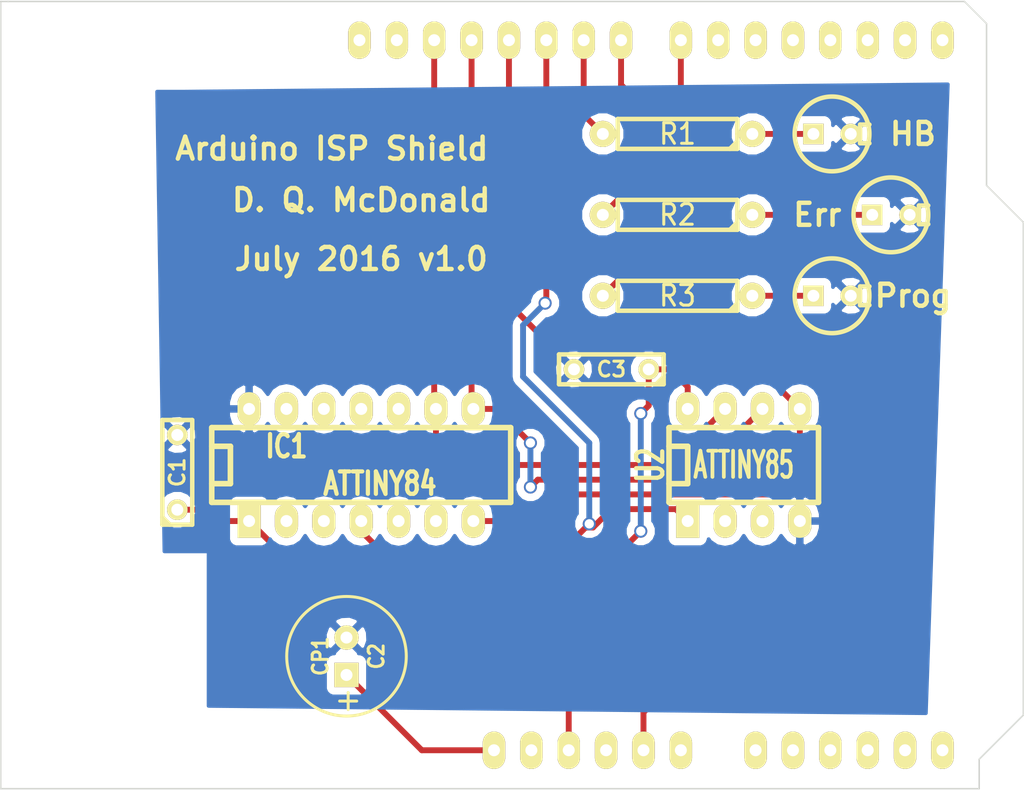
<source format=kicad_pcb>
(kicad_pcb (version 3) (host pcbnew "(2014-02-26 BZR 4721)-product")

  (general
    (links 27)
    (no_connects 0)
    (area 64.949999 61.454 134.574501 120.978)
    (thickness 1.6)
    (drawings 16)
    (tracks 76)
    (zones 0)
    (modules 12)
    (nets 42)
  )

  (page A4)
  (title_block
    (title "Arduino ISP for ATTiny")
    (date 4/7/2016)
    (rev 1.0)
    (company "Quentin McDonald")
  )

  (layers
    (15 F.Cu signal)
    (0 B.Cu signal)
    (16 B.Adhes user)
    (17 F.Adhes user)
    (18 B.Paste user)
    (19 F.Paste user)
    (20 B.SilkS user)
    (21 F.SilkS user)
    (22 B.Mask user)
    (23 F.Mask user)
    (24 Dwgs.User user)
    (25 Cmts.User user)
    (26 Eco1.User user)
    (27 Eco2.User user)
    (28 Edge.Cuts user)
  )

  (setup
    (last_trace_width 0.4)
    (trace_clearance 0.3)
    (zone_clearance 0.508)
    (zone_45_only no)
    (trace_min 0.254)
    (segment_width 0.2)
    (edge_width 0.1)
    (via_size 0.889)
    (via_drill 0.635)
    (via_min_size 0.889)
    (via_min_drill 0.508)
    (uvia_size 0.508)
    (uvia_drill 0.127)
    (uvias_allowed no)
    (uvia_min_size 0.508)
    (uvia_min_drill 0.127)
    (pcb_text_width 0.3)
    (pcb_text_size 1.5 1.5)
    (mod_edge_width 0.15)
    (mod_text_size 1 1)
    (mod_text_width 0.15)
    (pad_size 1.5 1.5)
    (pad_drill 0.6)
    (pad_to_mask_clearance 0)
    (aux_axis_origin 0 0)
    (visible_elements FFFFFF7F)
    (pcbplotparams
      (layerselection 284196865)
      (usegerberextensions true)
      (excludeedgelayer true)
      (linewidth 0.150000)
      (plotframeref false)
      (viasonmask false)
      (mode 1)
      (useauxorigin false)
      (hpglpennumber 1)
      (hpglpenspeed 20)
      (hpglpendiameter 15)
      (hpglpenoverlay 2)
      (psnegative false)
      (psa4output false)
      (plotreference true)
      (plotvalue true)
      (plotothertext true)
      (plotinvisibletext false)
      (padsonsilk false)
      (subtractmaskfromsilk false)
      (outputformat 1)
      (mirror false)
      (drillshape 0)
      (scaleselection 1)
      (outputdirectory Gerber/))
  )

  (net 0 "")
  (net 1 5V)
  (net 2 GND)
  (net 3 "Net-(D1-Pad1)")
  (net 4 "Net-(D2-Pad1)")
  (net 5 "Net-(D3-Pad1)")
  (net 6 "Net-(IC1-Pad10)")
  (net 7 "Net-(IC1-Pad11)")
  (net 8 "Net-(IC1-Pad12)")
  (net 9 "Net-(IC1-Pad13)")
  (net 10 "Net-(IC1-Pad2)")
  (net 11 "Net-(IC1-Pad3)")
  (net 12 "Net-(IC1-Pad5)")
  (net 13 "Net-(IC1-Pad6)")
  (net 14 "Net-(SHIELD1-Pad0)")
  (net 15 "Net-(SHIELD1-Pad1)")
  (net 16 "Net-(SHIELD1-Pad2)")
  (net 17 "Net-(SHIELD1-Pad3)")
  (net 18 "Net-(SHIELD1-Pad3V3)")
  (net 19 "Net-(SHIELD1-Pad4)")
  (net 20 "Net-(SHIELD1-Pad5)")
  (net 21 "Net-(SHIELD1-Pad6)")
  (net 22 "Net-(SHIELD1-PadAD0)")
  (net 23 "Net-(SHIELD1-PadAD1)")
  (net 24 "Net-(SHIELD1-PadAD2)")
  (net 25 "Net-(SHIELD1-PadAD3)")
  (net 26 "Net-(SHIELD1-PadAD4)")
  (net 27 "Net-(SHIELD1-PadAD5)")
  (net 28 "Net-(SHIELD1-PadAREF)")
  (net 29 "Net-(SHIELD1-PadGND1)")
  (net 30 "Net-(SHIELD1-PadGND3)")
  (net 31 "Net-(SHIELD1-PadV_IN)")
  (net 32 "Net-(U2-Pad2)")
  (net 33 "Net-(U2-Pad3)")
  (net 34 Pin10)
  (net 35 Pin11)
  (net 36 Pin12)
  (net 37 Pin13)
  (net 38 Pin7)
  (net 39 Pin8)
  (net 40 Pin9)
  (net 41 Reset)

  (net_class Default "This is the default net class."
    (clearance 0.3)
    (trace_width 0.4)
    (via_dia 0.889)
    (via_drill 0.635)
    (uvia_dia 0.508)
    (uvia_drill 0.127)
    (add_net "")
    (add_net 5V)
    (add_net GND)
    (add_net "Net-(D1-Pad1)")
    (add_net "Net-(D2-Pad1)")
    (add_net "Net-(D3-Pad1)")
    (add_net "Net-(IC1-Pad10)")
    (add_net "Net-(IC1-Pad11)")
    (add_net "Net-(IC1-Pad12)")
    (add_net "Net-(IC1-Pad13)")
    (add_net "Net-(IC1-Pad2)")
    (add_net "Net-(IC1-Pad3)")
    (add_net "Net-(IC1-Pad5)")
    (add_net "Net-(IC1-Pad6)")
    (add_net "Net-(SHIELD1-Pad0)")
    (add_net "Net-(SHIELD1-Pad1)")
    (add_net "Net-(SHIELD1-Pad2)")
    (add_net "Net-(SHIELD1-Pad3)")
    (add_net "Net-(SHIELD1-Pad3V3)")
    (add_net "Net-(SHIELD1-Pad4)")
    (add_net "Net-(SHIELD1-Pad5)")
    (add_net "Net-(SHIELD1-Pad6)")
    (add_net "Net-(SHIELD1-PadAD0)")
    (add_net "Net-(SHIELD1-PadAD1)")
    (add_net "Net-(SHIELD1-PadAD2)")
    (add_net "Net-(SHIELD1-PadAD3)")
    (add_net "Net-(SHIELD1-PadAD4)")
    (add_net "Net-(SHIELD1-PadAD5)")
    (add_net "Net-(SHIELD1-PadAREF)")
    (add_net "Net-(SHIELD1-PadGND1)")
    (add_net "Net-(SHIELD1-PadGND3)")
    (add_net "Net-(SHIELD1-PadV_IN)")
    (add_net "Net-(U2-Pad2)")
    (add_net "Net-(U2-Pad3)")
    (add_net Pin10)
    (add_net Pin11)
    (add_net Pin12)
    (add_net Pin13)
    (add_net Pin7)
    (add_net Pin8)
    (add_net Pin9)
    (add_net Reset)
  )

  (module discret:C2 (layer F.Cu) (tedit 200000) (tstamp 577AF0EC)
    (at 77 99 90)
    (descr "Condensateur = 2 pas")
    (tags C)
    (path /577ABBBE)
    (fp_text reference C1 (at 0 0 90) (layer F.SilkS)
      (effects (font (size 1.016 1.016) (thickness 0.2032)))
    )
    (fp_text value 100nf (at 0 0 90) (layer F.SilkS) hide
      (effects (font (size 1.016 1.016) (thickness 0.2032)))
    )
    (fp_line (start -3.556 -1.016) (end 3.556 -1.016) (layer F.SilkS) (width 0.3048))
    (fp_line (start 3.556 -1.016) (end 3.556 1.016) (layer F.SilkS) (width 0.3048))
    (fp_line (start 3.556 1.016) (end -3.556 1.016) (layer F.SilkS) (width 0.3048))
    (fp_line (start -3.556 1.016) (end -3.556 -1.016) (layer F.SilkS) (width 0.3048))
    (fp_line (start -3.556 -0.508) (end -3.048 -1.016) (layer F.SilkS) (width 0.3048))
    (pad 1 thru_hole circle (at -2.54 0 90) (size 1.397 1.397) (drill 0.8128) (layers *.Cu *.Mask F.SilkS)
      (net 1 5V))
    (pad 2 thru_hole circle (at 2.54 0 90) (size 1.397 1.397) (drill 0.8128) (layers *.Cu *.Mask F.SilkS)
      (net 2 GND))
    (model discret/capa_2pas_5x5mm.wrl
      (at (xyz 0 0 0))
      (scale (xyz 1 1 1))
      (rotate (xyz 0 0 0))
    )
  )

  (module discret:C1V8 (layer F.Cu) (tedit 3DD3A719) (tstamp 577AF0F4)
    (at 88.5 111.5 90)
    (path /577AEEB9)
    (fp_text reference C2 (at 0 2.032 90) (layer F.SilkS)
      (effects (font (size 1.016 0.889) (thickness 0.2032)))
    )
    (fp_text value CP1 (at 0 -1.77546 90) (layer F.SilkS)
      (effects (font (size 1.016 0.889) (thickness 0.2032)))
    )
    (fp_text user + (at -3.04546 0 90) (layer F.SilkS)
      (effects (font (thickness 0.2032)))
    )
    (fp_circle (center 0 0) (end 4.064 0) (layer F.SilkS) (width 0.2032))
    (pad 1 thru_hole rect (at -1.27 0 90) (size 1.651 1.651) (drill 0.8128) (layers *.Cu *.Mask F.SilkS)
      (net 41 Reset))
    (pad 2 thru_hole circle (at 1.27 0 90) (size 1.651 1.651) (drill 0.8128) (layers *.Cu *.Mask F.SilkS)
      (net 2 GND))
    (model discret/c_vert_c1v8.wrl
      (at (xyz 0 0 0))
      (scale (xyz 1 1 1))
      (rotate (xyz 0 0 0))
    )
  )

  (module discret:C2 (layer F.Cu) (tedit 200000) (tstamp 577AF0FF)
    (at 106.5 92 180)
    (descr "Condensateur = 2 pas")
    (tags C)
    (path /577AE945)
    (fp_text reference C3 (at 0 0 180) (layer F.SilkS)
      (effects (font (size 1.016 1.016) (thickness 0.2032)))
    )
    (fp_text value 100nF (at 0 0 180) (layer F.SilkS) hide
      (effects (font (size 1.016 1.016) (thickness 0.2032)))
    )
    (fp_line (start -3.556 -1.016) (end 3.556 -1.016) (layer F.SilkS) (width 0.3048))
    (fp_line (start 3.556 -1.016) (end 3.556 1.016) (layer F.SilkS) (width 0.3048))
    (fp_line (start 3.556 1.016) (end -3.556 1.016) (layer F.SilkS) (width 0.3048))
    (fp_line (start -3.556 1.016) (end -3.556 -1.016) (layer F.SilkS) (width 0.3048))
    (fp_line (start -3.556 -0.508) (end -3.048 -1.016) (layer F.SilkS) (width 0.3048))
    (pad 1 thru_hole circle (at -2.54 0 180) (size 1.397 1.397) (drill 0.8128) (layers *.Cu *.Mask F.SilkS)
      (net 1 5V))
    (pad 2 thru_hole circle (at 2.54 0 180) (size 1.397 1.397) (drill 0.8128) (layers *.Cu *.Mask F.SilkS)
      (net 2 GND))
    (model discret/capa_2pas_5x5mm.wrl
      (at (xyz 0 0 0))
      (scale (xyz 1 1 1))
      (rotate (xyz 0 0 0))
    )
  )

  (module discret:LEDV (layer F.Cu) (tedit 577AFB82) (tstamp 577AF410)
    (at 121.5 76)
    (descr "Led verticale diam 6mm")
    (tags "LED DEV")
    (path /577ABD2F)
    (fp_text reference HeartBeat (at 0 -3.81) (layer F.SilkS) hide
      (effects (font (thickness 0.3048)))
    )
    (fp_text value LED (at 0 -3.81) (layer F.SilkS) hide
      (effects (font (thickness 0.3048)))
    )
    (fp_circle (center 0 0) (end -2.54 0) (layer F.SilkS) (width 0.3048))
    (fp_line (start 2.54 -0.635) (end 1.905 -0.635) (layer F.SilkS) (width 0.3048))
    (fp_line (start 1.905 -0.635) (end 1.905 0.635) (layer F.SilkS) (width 0.3048))
    (fp_line (start 1.905 0.635) (end 2.54 0.635) (layer F.SilkS) (width 0.3048))
    (pad 1 thru_hole rect (at -1.27 0) (size 1.397 1.397) (drill 0.8128) (layers *.Cu *.Mask F.SilkS)
      (net 3 "Net-(D1-Pad1)"))
    (pad 2 thru_hole circle (at 1.27 0) (size 1.397 1.397) (drill 0.8128) (layers *.Cu *.Mask F.SilkS)
      (net 2 GND))
    (model discret/led5_vertical.wrl
      (at (xyz 0 0 0))
      (scale (xyz 1 1 1))
      (rotate (xyz 0 0 0))
    )
  )

  (module discret:LEDV (layer F.Cu) (tedit 577AFB7A) (tstamp 577AF113)
    (at 125.5 81.5)
    (descr "Led verticale diam 6mm")
    (tags "LED DEV")
    (path /577ABDF7)
    (fp_text reference Error (at 0 -3.81) (layer F.SilkS) hide
      (effects (font (thickness 0.3048)))
    )
    (fp_text value LED (at 0 -3.81) (layer F.SilkS) hide
      (effects (font (thickness 0.3048)))
    )
    (fp_circle (center 0 0) (end -2.54 0) (layer F.SilkS) (width 0.3048))
    (fp_line (start 2.54 -0.635) (end 1.905 -0.635) (layer F.SilkS) (width 0.3048))
    (fp_line (start 1.905 -0.635) (end 1.905 0.635) (layer F.SilkS) (width 0.3048))
    (fp_line (start 1.905 0.635) (end 2.54 0.635) (layer F.SilkS) (width 0.3048))
    (pad 1 thru_hole rect (at -1.27 0) (size 1.397 1.397) (drill 0.8128) (layers *.Cu *.Mask F.SilkS)
      (net 4 "Net-(D2-Pad1)"))
    (pad 2 thru_hole circle (at 1.27 0) (size 1.397 1.397) (drill 0.8128) (layers *.Cu *.Mask F.SilkS)
      (net 2 GND))
    (model discret/led5_vertical.wrl
      (at (xyz 0 0 0))
      (scale (xyz 1 1 1))
      (rotate (xyz 0 0 0))
    )
  )

  (module discret:LEDV (layer F.Cu) (tedit 577AFB6C) (tstamp 577AFB4D)
    (at 121.5 87)
    (descr "Led verticale diam 6mm")
    (tags "LED DEV")
    (path /577ABE0C)
    (fp_text reference D3 (at 0 -3.81) (layer F.SilkS) hide
      (effects (font (thickness 0.3048)))
    )
    (fp_text value LED (at 0 -3.81) (layer F.SilkS) hide
      (effects (font (thickness 0.3048)))
    )
    (fp_circle (center 0 0) (end -2.54 0) (layer F.SilkS) (width 0.3048))
    (fp_line (start 2.54 -0.635) (end 1.905 -0.635) (layer F.SilkS) (width 0.3048))
    (fp_line (start 1.905 -0.635) (end 1.905 0.635) (layer F.SilkS) (width 0.3048))
    (fp_line (start 1.905 0.635) (end 2.54 0.635) (layer F.SilkS) (width 0.3048))
    (pad 1 thru_hole rect (at -1.27 0) (size 1.397 1.397) (drill 0.8128) (layers *.Cu *.Mask F.SilkS)
      (net 5 "Net-(D3-Pad1)"))
    (pad 2 thru_hole circle (at 1.27 0) (size 1.397 1.397) (drill 0.8128) (layers *.Cu *.Mask F.SilkS)
      (net 2 GND))
    (model discret/led5_vertical.wrl
      (at (xyz 0 0 0))
      (scale (xyz 1 1 1))
      (rotate (xyz 0 0 0))
    )
  )

  (module dip_sockets:DIP-14__300_ELL (layer F.Cu) (tedit 577AF57E) (tstamp 577AF136)
    (at 89.5 98.5)
    (descr "14 pins DIL package, elliptical pads")
    (tags DIL)
    (path /577ABB31)
    (fp_text reference IC1 (at -5.08 -1.27) (layer F.SilkS)
      (effects (font (size 1.524 1.143) (thickness 0.3048)))
    )
    (fp_text value ATTINY84 (at 1.27 1.27) (layer F.SilkS)
      (effects (font (size 1.524 1.143) (thickness 0.28575)))
    )
    (fp_line (start -10.16 -2.54) (end 10.16 -2.54) (layer F.SilkS) (width 0.381))
    (fp_line (start 10.16 2.54) (end -10.16 2.54) (layer F.SilkS) (width 0.381))
    (fp_line (start -10.16 2.54) (end -10.16 -2.54) (layer F.SilkS) (width 0.381))
    (fp_line (start -10.16 -1.27) (end -8.89 -1.27) (layer F.SilkS) (width 0.381))
    (fp_line (start -8.89 -1.27) (end -8.89 1.27) (layer F.SilkS) (width 0.381))
    (fp_line (start -8.89 1.27) (end -10.16 1.27) (layer F.SilkS) (width 0.381))
    (fp_line (start 10.16 -2.54) (end 10.16 2.54) (layer F.SilkS) (width 0.381))
    (pad 1 thru_hole rect (at -7.62 3.81) (size 1.5748 2.286) (drill 0.8128) (layers *.Cu *.Mask F.SilkS)
      (net 1 5V))
    (pad 2 thru_hole oval (at -5.08 3.81) (size 1.5748 2.286) (drill 0.8128) (layers *.Cu *.Mask F.SilkS)
      (net 10 "Net-(IC1-Pad2)"))
    (pad 3 thru_hole oval (at -2.54 3.81) (size 1.5748 2.286) (drill 0.8128) (layers *.Cu *.Mask F.SilkS)
      (net 11 "Net-(IC1-Pad3)"))
    (pad 4 thru_hole oval (at 0 3.81) (size 1.5748 2.286) (drill 0.8128) (layers *.Cu *.Mask F.SilkS)
      (net 34 Pin10))
    (pad 5 thru_hole oval (at 2.54 3.81) (size 1.5748 2.286) (drill 0.8128) (layers *.Cu *.Mask F.SilkS)
      (net 12 "Net-(IC1-Pad5)"))
    (pad 6 thru_hole oval (at 5.08 3.81) (size 1.5748 2.286) (drill 0.8128) (layers *.Cu *.Mask F.SilkS)
      (net 13 "Net-(IC1-Pad6)"))
    (pad 7 thru_hole oval (at 7.62 3.81) (size 1.5748 2.286) (drill 0.8128) (layers *.Cu *.Mask F.SilkS)
      (net 35 Pin11))
    (pad 8 thru_hole oval (at 7.62 -3.81) (size 1.5748 2.286) (drill 0.8128) (layers *.Cu *.Mask F.SilkS)
      (net 36 Pin12))
    (pad 9 thru_hole oval (at 5.08 -3.81) (size 1.5748 2.286) (drill 0.8128) (layers *.Cu *.Mask F.SilkS)
      (net 37 Pin13))
    (pad 10 thru_hole oval (at 2.54 -3.81) (size 1.5748 2.286) (drill 0.8128) (layers *.Cu *.Mask F.SilkS)
      (net 6 "Net-(IC1-Pad10)"))
    (pad 11 thru_hole oval (at 0 -3.81) (size 1.5748 2.286) (drill 0.8128) (layers *.Cu *.Mask F.SilkS)
      (net 7 "Net-(IC1-Pad11)"))
    (pad 12 thru_hole oval (at -2.54 -3.81) (size 1.5748 2.286) (drill 0.8128) (layers *.Cu *.Mask F.SilkS)
      (net 8 "Net-(IC1-Pad12)"))
    (pad 13 thru_hole oval (at -5.08 -3.81) (size 1.5748 2.286) (drill 0.8128) (layers *.Cu *.Mask F.SilkS)
      (net 9 "Net-(IC1-Pad13)"))
    (pad 14 thru_hole oval (at -7.62 -3.81) (size 1.5748 2.286) (drill 0.8128) (layers *.Cu *.Mask F.SilkS)
      (net 2 GND))
    (model dil/dil_14.wrl
      (at (xyz 0 0 0))
      (scale (xyz 1 1 1))
      (rotate (xyz 0 0 0))
    )
  )

  (module discret:R4-LARGE_PADS (layer F.Cu) (tedit 47E2673E) (tstamp 577AF144)
    (at 111 76 180)
    (descr "Resitance 4 pas")
    (tags R)
    (path /577ABD1B)
    (autoplace_cost180 10)
    (fp_text reference R1 (at 0 0 180) (layer F.SilkS)
      (effects (font (size 1.397 1.27) (thickness 0.2032)))
    )
    (fp_text value 200R (at 0 0 180) (layer F.SilkS) hide
      (effects (font (size 1.397 1.27) (thickness 0.2032)))
    )
    (fp_line (start -5.08 0) (end -4.064 0) (layer F.SilkS) (width 0.3048))
    (fp_line (start -4.064 0) (end -4.064 -1.016) (layer F.SilkS) (width 0.3048))
    (fp_line (start -4.064 -1.016) (end 4.064 -1.016) (layer F.SilkS) (width 0.3048))
    (fp_line (start 4.064 -1.016) (end 4.064 1.016) (layer F.SilkS) (width 0.3048))
    (fp_line (start 4.064 1.016) (end -4.064 1.016) (layer F.SilkS) (width 0.3048))
    (fp_line (start -4.064 1.016) (end -4.064 0) (layer F.SilkS) (width 0.3048))
    (fp_line (start -4.064 -0.508) (end -3.556 -1.016) (layer F.SilkS) (width 0.3048))
    (fp_line (start 5.08 0) (end 4.064 0) (layer F.SilkS) (width 0.3048))
    (pad 1 thru_hole circle (at -5.08 0 180) (size 1.778 1.778) (drill 0.8128) (layers *.Cu *.Mask F.SilkS)
      (net 3 "Net-(D1-Pad1)"))
    (pad 2 thru_hole circle (at 5.08 0 180) (size 1.778 1.778) (drill 0.8128) (layers *.Cu *.Mask F.SilkS)
      (net 40 Pin9))
    (model discret/resistor.wrl
      (at (xyz 0 0 0))
      (scale (xyz 0.4 0.4 0.4))
      (rotate (xyz 0 0 0))
    )
  )

  (module discret:R4-LARGE_PADS (layer F.Cu) (tedit 47E2673E) (tstamp 577AF152)
    (at 111 81.5 180)
    (descr "Resitance 4 pas")
    (tags R)
    (path /577ABDF1)
    (autoplace_cost180 10)
    (fp_text reference R2 (at 0 0 180) (layer F.SilkS)
      (effects (font (size 1.397 1.27) (thickness 0.2032)))
    )
    (fp_text value 220R (at 0 0 180) (layer F.SilkS) hide
      (effects (font (size 1.397 1.27) (thickness 0.2032)))
    )
    (fp_line (start -5.08 0) (end -4.064 0) (layer F.SilkS) (width 0.3048))
    (fp_line (start -4.064 0) (end -4.064 -1.016) (layer F.SilkS) (width 0.3048))
    (fp_line (start -4.064 -1.016) (end 4.064 -1.016) (layer F.SilkS) (width 0.3048))
    (fp_line (start 4.064 -1.016) (end 4.064 1.016) (layer F.SilkS) (width 0.3048))
    (fp_line (start 4.064 1.016) (end -4.064 1.016) (layer F.SilkS) (width 0.3048))
    (fp_line (start -4.064 1.016) (end -4.064 0) (layer F.SilkS) (width 0.3048))
    (fp_line (start -4.064 -0.508) (end -3.556 -1.016) (layer F.SilkS) (width 0.3048))
    (fp_line (start 5.08 0) (end 4.064 0) (layer F.SilkS) (width 0.3048))
    (pad 1 thru_hole circle (at -5.08 0 180) (size 1.778 1.778) (drill 0.8128) (layers *.Cu *.Mask F.SilkS)
      (net 4 "Net-(D2-Pad1)"))
    (pad 2 thru_hole circle (at 5.08 0 180) (size 1.778 1.778) (drill 0.8128) (layers *.Cu *.Mask F.SilkS)
      (net 39 Pin8))
    (model discret/resistor.wrl
      (at (xyz 0 0 0))
      (scale (xyz 0.4 0.4 0.4))
      (rotate (xyz 0 0 0))
    )
  )

  (module discret:R4-LARGE_PADS (layer F.Cu) (tedit 47E2673E) (tstamp 577AF160)
    (at 111 87 180)
    (descr "Resitance 4 pas")
    (tags R)
    (path /577ABE06)
    (autoplace_cost180 10)
    (fp_text reference R3 (at 0 0 180) (layer F.SilkS)
      (effects (font (size 1.397 1.27) (thickness 0.2032)))
    )
    (fp_text value 220R (at 0 0 180) (layer F.SilkS) hide
      (effects (font (size 1.397 1.27) (thickness 0.2032)))
    )
    (fp_line (start -5.08 0) (end -4.064 0) (layer F.SilkS) (width 0.3048))
    (fp_line (start -4.064 0) (end -4.064 -1.016) (layer F.SilkS) (width 0.3048))
    (fp_line (start -4.064 -1.016) (end 4.064 -1.016) (layer F.SilkS) (width 0.3048))
    (fp_line (start 4.064 -1.016) (end 4.064 1.016) (layer F.SilkS) (width 0.3048))
    (fp_line (start 4.064 1.016) (end -4.064 1.016) (layer F.SilkS) (width 0.3048))
    (fp_line (start -4.064 1.016) (end -4.064 0) (layer F.SilkS) (width 0.3048))
    (fp_line (start -4.064 -0.508) (end -3.556 -1.016) (layer F.SilkS) (width 0.3048))
    (fp_line (start 5.08 0) (end 4.064 0) (layer F.SilkS) (width 0.3048))
    (pad 1 thru_hole circle (at -5.08 0 180) (size 1.778 1.778) (drill 0.8128) (layers *.Cu *.Mask F.SilkS)
      (net 5 "Net-(D3-Pad1)"))
    (pad 2 thru_hole circle (at 5.08 0 180) (size 1.778 1.778) (drill 0.8128) (layers *.Cu *.Mask F.SilkS)
      (net 38 Pin7))
    (model discret/resistor.wrl
      (at (xyz 0 0 0))
      (scale (xyz 0.4 0.4 0.4))
      (rotate (xyz 0 0 0))
    )
  )

  (module arduino_shields:ARDUINO_SHIELD_2 locked (layer F.Cu) (tedit 577CB5E4) (tstamp 577AF193)
    (at 65.504 120.428)
    (path /577A17C3)
    (fp_text reference SHIELD1 (at 5.715 -57.15) (layer F.SilkS) hide
      (effects (font (thickness 0.3048)))
    )
    (fp_text value ARDUINO_SHIELD (at 10.16 -54.61) (layer F.SilkS) hide
      (effects (font (thickness 0.3048)))
    )
    (fp_line (start 0 -44.45) (end 10.16 -44.45) (layer Dwgs.User) (width 0.381))
    (fp_line (start 10.16 -44.45) (end 10.16 -31.75) (layer Dwgs.User) (width 0.381))
    (fp_line (start 10.16 -31.75) (end 0 -31.75) (layer Dwgs.User) (width 0.381))
    (fp_line (start 12.7 -4.318) (end 0 -4.318) (layer Dwgs.User) (width 0.381))
    (fp_line (start 0 -12.7) (end 12.7 -12.7) (layer Dwgs.User) (width 0.381))
    (fp_line (start 12.7 -12.7) (end 12.7 -4.572) (layer Dwgs.User) (width 0.381))
    (fp_circle (center 13.97 -2.54) (end 16.002 -1.524) (layer Dwgs.User) (width 0.381))
    (fp_circle (center 15.24 -50.8) (end 16.764 -49.276) (layer Dwgs.User) (width 0.381))
    (fp_circle (center 66.04 -7.62) (end 67.31 -6.096) (layer Dwgs.User) (width 0.381))
    (fp_circle (center 66.04 -35.56) (end 67.31 -34.036) (layer Dwgs.User) (width 0.381))
    (fp_line (start 66.04 -40.64) (end 66.04 -52.07) (layer Dwgs.User) (width 0.381))
    (fp_line (start 66.04 -52.07) (end 64.77 -53.34) (layer Dwgs.User) (width 0.381))
    (fp_line (start 64.77 -53.34) (end 0 -53.34) (layer Dwgs.User) (width 0.381))
    (fp_line (start 66.04 0) (end 0 0) (layer Dwgs.User) (width 0.381))
    (fp_line (start 0 0) (end 0 -53.34) (layer Dwgs.User) (width 0.381))
    (fp_line (start 66.04 -40.64) (end 68.58 -38.1) (layer Dwgs.User) (width 0.381))
    (fp_line (start 68.58 -38.1) (end 68.58 -5.08) (layer Dwgs.User) (width 0.381))
    (fp_line (start 68.58 -5.08) (end 66.04 -2.54) (layer Dwgs.User) (width 0.381))
    (fp_line (start 66.04 -2.54) (end 66.04 0) (layer Dwgs.User) (width 0.381))
    (pad AD5 thru_hole oval (at 63.5 -2.54 90) (size 2.54 1.524) (drill 0.8128) (layers *.Cu *.Mask F.SilkS)
      (net 27 "Net-(SHIELD1-PadAD5)"))
    (pad AD4 thru_hole oval (at 60.96 -2.54 90) (size 2.54 1.524) (drill 0.8128) (layers *.Cu *.Mask F.SilkS)
      (net 26 "Net-(SHIELD1-PadAD4)"))
    (pad AD3 thru_hole oval (at 58.42 -2.54 90) (size 2.54 1.524) (drill 0.8128) (layers *.Cu *.Mask F.SilkS)
      (net 25 "Net-(SHIELD1-PadAD3)"))
    (pad AD0 thru_hole oval (at 50.8 -2.54 90) (size 2.54 1.524) (drill 0.8128) (layers *.Cu *.Mask F.SilkS)
      (net 22 "Net-(SHIELD1-PadAD0)"))
    (pad AD1 thru_hole oval (at 53.34 -2.54 90) (size 2.54 1.524) (drill 0.8128) (layers *.Cu *.Mask F.SilkS)
      (net 23 "Net-(SHIELD1-PadAD1)"))
    (pad AD2 thru_hole oval (at 55.88 -2.54 90) (size 2.54 1.524) (drill 0.8128) (layers *.Cu *.Mask F.SilkS)
      (net 24 "Net-(SHIELD1-PadAD2)"))
    (pad V_IN thru_hole oval (at 45.72 -2.54 90) (size 2.54 1.524) (drill 0.8128) (layers *.Cu *.Mask F.SilkS)
      (net 31 "Net-(SHIELD1-PadV_IN)"))
    (pad GND2 thru_hole oval (at 43.18 -2.54 90) (size 2.54 1.524) (drill 0.8128) (layers *.Cu *.Mask F.SilkS)
      (net 2 GND))
    (pad GND1 thru_hole oval (at 40.64 -2.54 90) (size 2.54 1.524) (drill 0.8128) (layers *.Cu *.Mask F.SilkS)
      (net 29 "Net-(SHIELD1-PadGND1)"))
    (pad 3V3 thru_hole oval (at 35.56 -2.54 90) (size 2.54 1.524) (drill 0.8128) (layers *.Cu *.Mask F.SilkS)
      (net 18 "Net-(SHIELD1-Pad3V3)"))
    (pad RST thru_hole oval (at 33.02 -2.54 90) (size 2.54 1.524) (drill 0.8128) (layers *.Cu *.Mask F.SilkS)
      (net 41 Reset))
    (pad 0 thru_hole oval (at 63.5 -50.8 90) (size 2.54 1.524) (drill 0.8128) (layers *.Cu *.Mask F.SilkS)
      (net 14 "Net-(SHIELD1-Pad0)"))
    (pad 1 thru_hole oval (at 60.96 -50.8 90) (size 2.54 1.524) (drill 0.8128) (layers *.Cu *.Mask F.SilkS)
      (net 15 "Net-(SHIELD1-Pad1)"))
    (pad 2 thru_hole oval (at 58.42 -50.8 90) (size 2.54 1.524) (drill 0.8128) (layers *.Cu *.Mask F.SilkS)
      (net 16 "Net-(SHIELD1-Pad2)"))
    (pad 3 thru_hole oval (at 55.88 -50.8 90) (size 2.54 1.524) (drill 0.8128) (layers *.Cu *.Mask F.SilkS)
      (net 17 "Net-(SHIELD1-Pad3)"))
    (pad 4 thru_hole oval (at 53.34 -50.8 90) (size 2.54 1.524) (drill 0.8128) (layers *.Cu *.Mask F.SilkS)
      (net 19 "Net-(SHIELD1-Pad4)"))
    (pad 5 thru_hole oval (at 50.8 -50.8 90) (size 2.54 1.524) (drill 0.8128) (layers *.Cu *.Mask F.SilkS)
      (net 20 "Net-(SHIELD1-Pad5)"))
    (pad 6 thru_hole oval (at 48.26 -50.8 90) (size 2.54 1.524) (drill 0.8128) (layers *.Cu *.Mask F.SilkS)
      (net 21 "Net-(SHIELD1-Pad6)"))
    (pad 7 thru_hole oval (at 45.72 -50.8 90) (size 2.54 1.524) (drill 0.8128) (layers *.Cu *.Mask F.SilkS)
      (net 38 Pin7))
    (pad 8 thru_hole oval (at 41.656 -50.8 90) (size 2.54 1.524) (drill 0.8128) (layers *.Cu *.Mask F.SilkS)
      (net 39 Pin8))
    (pad 9 thru_hole oval (at 39.116 -50.8 90) (size 2.54 1.524) (drill 0.8128) (layers *.Cu *.Mask F.SilkS)
      (net 40 Pin9))
    (pad 10 thru_hole oval (at 36.576 -50.8 90) (size 2.54 1.524) (drill 0.8128) (layers *.Cu *.Mask F.SilkS)
      (net 34 Pin10))
    (pad 11 thru_hole oval (at 34.036 -50.8 90) (size 2.54 1.524) (drill 0.8128) (layers *.Cu *.Mask F.SilkS)
      (net 35 Pin11))
    (pad 12 thru_hole oval (at 31.496 -50.8 90) (size 2.54 1.524) (drill 0.8128) (layers *.Cu *.Mask F.SilkS)
      (net 36 Pin12))
    (pad 13 thru_hole oval (at 28.956 -50.8 90) (size 2.54 1.524) (drill 0.8128) (layers *.Cu *.Mask F.SilkS)
      (net 37 Pin13))
    (pad GND3 thru_hole oval (at 26.416 -50.8 90) (size 2.54 1.524) (drill 0.8128) (layers *.Cu *.Mask F.SilkS)
      (net 30 "Net-(SHIELD1-PadGND3)"))
    (pad AREF thru_hole oval (at 23.876 -50.8 90) (size 2.54 1.524) (drill 0.8128) (layers *.Cu *.Mask F.SilkS)
      (net 28 "Net-(SHIELD1-PadAREF)"))
    (pad 5V thru_hole oval (at 38.1 -2.54 90) (size 2.54 1.524) (drill 0.8128) (layers *.Cu *.Mask F.SilkS)
      (net 1 5V))
  )

  (module dip_sockets:DIP-8__300_ELL (layer F.Cu) (tedit 577AF56C) (tstamp 577AF1A6)
    (at 115.5 98.5)
    (descr "8 pins DIL package, elliptical pads")
    (tags DIL)
    (path /577A17E9)
    (fp_text reference U2 (at -6.35 0 90) (layer F.SilkS)
      (effects (font (size 1.778 1.143) (thickness 0.3048)))
    )
    (fp_text value ATTINY85 (at 0 0) (layer F.SilkS)
      (effects (font (size 1.778 1.016) (thickness 0.254)))
    )
    (fp_line (start -5.08 -1.27) (end -3.81 -1.27) (layer F.SilkS) (width 0.381))
    (fp_line (start -3.81 -1.27) (end -3.81 1.27) (layer F.SilkS) (width 0.381))
    (fp_line (start -3.81 1.27) (end -5.08 1.27) (layer F.SilkS) (width 0.381))
    (fp_line (start -5.08 -2.54) (end 5.08 -2.54) (layer F.SilkS) (width 0.381))
    (fp_line (start 5.08 -2.54) (end 5.08 2.54) (layer F.SilkS) (width 0.381))
    (fp_line (start 5.08 2.54) (end -5.08 2.54) (layer F.SilkS) (width 0.381))
    (fp_line (start -5.08 2.54) (end -5.08 -2.54) (layer F.SilkS) (width 0.381))
    (pad 1 thru_hole rect (at -3.81 3.81) (size 1.5748 2.286) (drill 0.8128) (layers *.Cu *.Mask F.SilkS)
      (net 34 Pin10))
    (pad 2 thru_hole oval (at -1.27 3.81) (size 1.5748 2.286) (drill 0.8128) (layers *.Cu *.Mask F.SilkS)
      (net 32 "Net-(U2-Pad2)"))
    (pad 3 thru_hole oval (at 1.27 3.81) (size 1.5748 2.286) (drill 0.8128) (layers *.Cu *.Mask F.SilkS)
      (net 33 "Net-(U2-Pad3)"))
    (pad 4 thru_hole oval (at 3.81 3.81) (size 1.5748 2.286) (drill 0.8128) (layers *.Cu *.Mask F.SilkS)
      (net 2 GND))
    (pad 5 thru_hole oval (at 3.81 -3.81) (size 1.5748 2.286) (drill 0.8128) (layers *.Cu *.Mask F.SilkS)
      (net 35 Pin11))
    (pad 6 thru_hole oval (at 1.27 -3.81) (size 1.5748 2.286) (drill 0.8128) (layers *.Cu *.Mask F.SilkS)
      (net 36 Pin12))
    (pad 7 thru_hole oval (at -1.27 -3.81) (size 1.5748 2.286) (drill 0.8128) (layers *.Cu *.Mask F.SilkS)
      (net 37 Pin13))
    (pad 8 thru_hole oval (at -3.81 -3.81) (size 1.5748 2.286) (drill 0.8128) (layers *.Cu *.Mask F.SilkS)
      (net 1 5V))
    (model dil/dil_8.wrl
      (at (xyz 0 0 0))
      (scale (xyz 1 1 1))
      (rotate (xyz 0 0 0))
    )
  )

  (gr_line (start 65 67) (end 65.5 67) (angle 90) (layer Edge.Cuts) (width 0.1))
  (gr_line (start 65 120.5) (end 65 67) (angle 90) (layer Edge.Cuts) (width 0.1))
  (gr_line (start 131.5 120.5) (end 65 120.5) (angle 90) (layer Edge.Cuts) (width 0.1))
  (gr_line (start 131.5 118.5) (end 131.5 120.5) (angle 90) (layer Edge.Cuts) (width 0.1))
  (gr_line (start 134.5 115.5) (end 131.5 118.5) (angle 90) (layer Edge.Cuts) (width 0.1))
  (gr_line (start 134.5 82) (end 134.5 115.5) (angle 90) (layer Edge.Cuts) (width 0.1))
  (gr_line (start 132 79.5) (end 134.5 82) (angle 90) (layer Edge.Cuts) (width 0.1))
  (gr_line (start 132 68.5) (end 132 79.5) (angle 90) (layer Edge.Cuts) (width 0.1))
  (gr_line (start 130.5 67) (end 132 68.5) (angle 90) (layer Edge.Cuts) (width 0.1))
  (gr_line (start 65.5 67) (end 130.5 67) (angle 90) (layer Edge.Cuts) (width 0.1))
  (gr_text "July 2016 v1.0" (at 89.5 84.5) (layer F.SilkS)
    (effects (font (size 1.5 1.5) (thickness 0.3)))
  )
  (gr_text "D. Q. McDonald" (at 89.5 80.5) (layer F.SilkS)
    (effects (font (size 1.5 1.5) (thickness 0.3)))
  )
  (gr_text "Arduino ISP Shield" (at 87.5 77) (layer F.SilkS)
    (effects (font (size 1.5 1.5) (thickness 0.3)))
  )
  (gr_text Prog (at 127 87) (layer F.SilkS)
    (effects (font (size 1.5 1.5) (thickness 0.3)))
  )
  (gr_text Err (at 120.5 81.5) (layer F.SilkS)
    (effects (font (size 1.5 1.5) (thickness 0.3)))
  )
  (gr_text HB (at 127 76) (layer F.SilkS)
    (effects (font (size 1.5 1.5) (thickness 0.3)))
  )

  (segment (start 109.04 92) (end 110.5 92) (width 0.4) (layer F.Cu) (net 1))
  (segment (start 111.69 93.19) (end 111.69 94.69) (width 0.4) (layer F.Cu) (net 1) (tstamp 577AF921))
  (segment (start 110.5 92) (end 111.69 93.19) (width 0.4) (layer F.Cu) (net 1) (tstamp 577AF920))
  (segment (start 103.604 108.5) (end 103.604 107.896) (width 0.4) (layer F.Cu) (net 1))
  (segment (start 109.04 94.46) (end 109.04 92) (width 0.4) (layer F.Cu) (net 1) (tstamp 577AF91D))
  (segment (start 108.5 95) (end 109.04 94.46) (width 0.4) (layer F.Cu) (net 1) (tstamp 577AF91C))
  (via (at 108.5 95) (size 0.889) (layers F.Cu B.Cu) (net 1))
  (segment (start 108.5 103) (end 108.5 95) (width 0.4) (layer B.Cu) (net 1) (tstamp 577AF917))
  (via (at 108.5 103) (size 0.889) (layers F.Cu B.Cu) (net 1))
  (segment (start 103.604 107.896) (end 108.5 103) (width 0.4) (layer F.Cu) (net 1) (tstamp 577AF90E))
  (segment (start 81.88 102.31) (end 79.19 102.31) (width 0.4) (layer F.Cu) (net 1))
  (segment (start 78.42 101.54) (end 77 101.54) (width 0.4) (layer F.Cu) (net 1) (tstamp 577AF8CE))
  (segment (start 79.19 102.31) (end 78.42 101.54) (width 0.4) (layer F.Cu) (net 1) (tstamp 577AF8CD))
  (segment (start 103.604 117.888) (end 103.604 108.5) (width 0.4) (layer F.Cu) (net 1))
  (segment (start 103.604 108.5) (end 103.604 108.104) (width 0.4) (layer F.Cu) (net 1) (tstamp 577AF90C))
  (segment (start 85.57 106) (end 81.88 102.31) (width 0.4) (layer F.Cu) (net 1) (tstamp 577AF8C8))
  (segment (start 101.5 106) (end 85.57 106) (width 0.4) (layer F.Cu) (net 1) (tstamp 577AF8C6))
  (segment (start 103.604 108.104) (end 101.5 106) (width 0.4) (layer F.Cu) (net 1) (tstamp 577AF8C5))
  (segment (start 108.684 117.888) (end 108.684 115.316) (width 0.4) (layer F.Cu) (net 2))
  (segment (start 119.31 104.69) (end 119.31 102.31) (width 0.4) (layer F.Cu) (net 2) (tstamp 577AF9F5))
  (segment (start 108.684 115.316) (end 119.31 104.69) (width 0.4) (layer F.Cu) (net 2) (tstamp 577AF9F2))
  (segment (start 116.08 76) (end 120.23 76) (width 0.4) (layer F.Cu) (net 3))
  (segment (start 116.08 81.5) (end 124.23 81.5) (width 0.4) (layer F.Cu) (net 4))
  (segment (start 116.08 87) (end 120.23 87) (width 0.4) (layer F.Cu) (net 5))
  (segment (start 104.75 102.75) (end 105.25 102.75) (width 0.4) (layer F.Cu) (net 34))
  (segment (start 110.88 101.5) (end 111.69 102.31) (width 0.4) (layer F.Cu) (net 34) (tstamp 577AF9D9))
  (segment (start 106.5 101.5) (end 110.88 101.5) (width 0.4) (layer F.Cu) (net 34) (tstamp 577AF9D8))
  (segment (start 105.25 102.75) (end 106.5 101.5) (width 0.4) (layer F.Cu) (net 34) (tstamp 577AF9D7))
  (segment (start 102.08 69.628) (end 102.08 87.42) (width 0.4) (layer F.Cu) (net 34))
  (segment (start 89.5 103) (end 89.5 102.31) (width 0.4) (layer F.Cu) (net 34) (tstamp 577AF9CE))
  (segment (start 91 104.5) (end 89.5 103) (width 0.4) (layer F.Cu) (net 34) (tstamp 577AF9CA))
  (segment (start 103 104.5) (end 91 104.5) (width 0.4) (layer F.Cu) (net 34) (tstamp 577AF9C9))
  (segment (start 105 102.5) (end 104.75 102.75) (width 0.4) (layer F.Cu) (net 34) (tstamp 577AF9C8))
  (segment (start 104.75 102.75) (end 103 104.5) (width 0.4) (layer F.Cu) (net 34) (tstamp 577AF9D5))
  (via (at 105 102.5) (size 0.889) (layers F.Cu B.Cu) (net 34))
  (segment (start 105 97) (end 105 102.5) (width 0.4) (layer B.Cu) (net 34) (tstamp 577AF9C3))
  (segment (start 100.5 92.5) (end 105 97) (width 0.4) (layer B.Cu) (net 34) (tstamp 577AF9BF))
  (segment (start 100.5 89) (end 100.5 92.5) (width 0.4) (layer B.Cu) (net 34) (tstamp 577AF9BD))
  (segment (start 102 87.5) (end 100.5 89) (width 0.4) (layer B.Cu) (net 34) (tstamp 577AF9BC))
  (via (at 102 87.5) (size 0.889) (layers F.Cu B.Cu) (net 34))
  (segment (start 102.08 87.42) (end 102 87.5) (width 0.4) (layer F.Cu) (net 34) (tstamp 577AF9B4))
  (segment (start 119.31 94.69) (end 119.31 99.19) (width 0.4) (layer F.Cu) (net 35))
  (segment (start 100.69 102.31) (end 97.12 102.31) (width 0.4) (layer F.Cu) (net 35) (tstamp 577AF94F))
  (segment (start 102.5 100.5) (end 100.69 102.31) (width 0.4) (layer F.Cu) (net 35) (tstamp 577AF94C))
  (segment (start 118 100.5) (end 102.5 100.5) (width 0.4) (layer F.Cu) (net 35) (tstamp 577AF948))
  (segment (start 119.31 99.19) (end 118 100.5) (width 0.4) (layer F.Cu) (net 35) (tstamp 577AF945))
  (segment (start 99.54 69.628) (end 99.54 87.54) (width 0.4) (layer F.Cu) (net 35))
  (segment (start 114.62 90) (end 119.31 94.69) (width 0.4) (layer F.Cu) (net 35) (tstamp 577AF941))
  (segment (start 102 90) (end 114.62 90) (width 0.4) (layer F.Cu) (net 35) (tstamp 577AF93E))
  (segment (start 99.54 87.54) (end 102 90) (width 0.4) (layer F.Cu) (net 35) (tstamp 577AF93A))
  (segment (start 97.12 94.69) (end 98.69 94.69) (width 0.4) (layer F.Cu) (net 36))
  (segment (start 111.96 99.5) (end 116.77 94.69) (width 0.4) (layer F.Cu) (net 36) (tstamp 577AF8FD))
  (segment (start 101.5 99.5) (end 111.96 99.5) (width 0.4) (layer F.Cu) (net 36) (tstamp 577AF8FB))
  (segment (start 101 100) (end 101.5 99.5) (width 0.4) (layer F.Cu) (net 36) (tstamp 577AF8FA))
  (via (at 101 100) (size 0.889) (layers F.Cu B.Cu) (net 36))
  (segment (start 101 97) (end 101 100) (width 0.4) (layer B.Cu) (net 36) (tstamp 577AF8F7))
  (via (at 101 97) (size 0.889) (layers F.Cu B.Cu) (net 36))
  (segment (start 98.69 94.69) (end 101 97) (width 0.4) (layer F.Cu) (net 36) (tstamp 577AF8F1))
  (segment (start 97 69.628) (end 97 94.57) (width 0.4) (layer F.Cu) (net 36))
  (segment (start 97 94.57) (end 97.12 94.69) (width 0.4) (layer F.Cu) (net 36) (tstamp 577AF8DE))
  (segment (start 94.58 94.69) (end 94.58 96.58) (width 0.4) (layer F.Cu) (net 37))
  (segment (start 110.42 98.5) (end 114.23 94.69) (width 0.4) (layer F.Cu) (net 37) (tstamp 577AF8EC))
  (segment (start 96.5 98.5) (end 110.42 98.5) (width 0.4) (layer F.Cu) (net 37) (tstamp 577AF8E6))
  (segment (start 94.58 96.58) (end 96.5 98.5) (width 0.4) (layer F.Cu) (net 37) (tstamp 577AF8E4))
  (segment (start 94.46 69.628) (end 94.46 94.57) (width 0.4) (layer F.Cu) (net 37))
  (segment (start 94.46 94.57) (end 94.58 94.69) (width 0.4) (layer F.Cu) (net 37) (tstamp 577AF8D9))
  (segment (start 111.224 69.628) (end 111.224 81.696) (width 0.4) (layer F.Cu) (net 38))
  (segment (start 111.224 81.696) (end 105.92 87) (width 0.4) (layer F.Cu) (net 38) (tstamp 577AF8B7))
  (segment (start 107.16 69.628) (end 107.16 72.66) (width 0.4) (layer F.Cu) (net 39))
  (segment (start 108 79.42) (end 105.92 81.5) (width 0.4) (layer F.Cu) (net 39) (tstamp 577AF8B3))
  (segment (start 108 73.5) (end 108 79.42) (width 0.4) (layer F.Cu) (net 39) (tstamp 577AF8B2))
  (segment (start 107.16 72.66) (end 108 73.5) (width 0.4) (layer F.Cu) (net 39) (tstamp 577AF8B1))
  (segment (start 104.62 69.628) (end 104.62 74.7) (width 0.4) (layer F.Cu) (net 40))
  (segment (start 104.62 74.7) (end 105.92 76) (width 0.4) (layer F.Cu) (net 40) (tstamp 577AF8AE))
  (segment (start 98.524 117.888) (end 93.618 117.888) (width 0.4) (layer F.Cu) (net 41))
  (segment (start 93.618 117.888) (end 88.5 112.77) (width 0.4) (layer F.Cu) (net 41) (tstamp 577AF8C1))

  (zone (net 2) (net_name GND) (layer B.Cu) (tstamp 577AF5EC) (hatch edge 0.508)
    (connect_pads (clearance 0.508))
    (min_thickness 0.254)
    (fill (arc_segments 16) (thermal_gap 0.508) (thermal_bridge_width 0.508))
    (polygon
      (pts
        (xy 77.5 73) (xy 129.5 72.5) (xy 128 115.5) (xy 79 115) (xy 79 104.5)
        (xy 76 104.5) (xy 75.5 73) (xy 77.5 73)
      )
    )
    (filled_polygon
      (pts
        (xy 129.368448 72.628271) (xy 128.115927 108.53388) (xy 128.115927 81.69252) (xy 128.087148 81.162801) (xy 127.9398 80.807071)
        (xy 127.704188 80.745417) (xy 127.524583 80.925022) (xy 127.524583 80.565812) (xy 127.462929 80.3302) (xy 126.96252 80.154073)
        (xy 126.432801 80.182852) (xy 126.077071 80.3302) (xy 126.015417 80.565812) (xy 126.77 81.320395) (xy 127.524583 80.565812)
        (xy 127.524583 80.925022) (xy 126.949605 81.5) (xy 127.704188 82.254583) (xy 127.9398 82.192929) (xy 128.115927 81.69252)
        (xy 128.115927 108.53388) (xy 127.877397 115.371742) (xy 127.524583 115.368141) (xy 127.524583 82.434188) (xy 126.77 81.679605)
        (xy 126.590395 81.85921) (xy 126.590395 81.5) (xy 125.835812 80.745417) (xy 125.6002 80.807071) (xy 125.5635 80.911342)
        (xy 125.5635 80.675191) (xy 125.466827 80.441802) (xy 125.288199 80.263173) (xy 125.05481 80.1665) (xy 124.802191 80.1665)
        (xy 124.115927 80.1665) (xy 124.115927 76.19252) (xy 124.087148 75.662801) (xy 123.9398 75.307071) (xy 123.704188 75.245417)
        (xy 123.524583 75.425022) (xy 123.524583 75.065812) (xy 123.462929 74.8302) (xy 122.96252 74.654073) (xy 122.432801 74.682852)
        (xy 122.077071 74.8302) (xy 122.015417 75.065812) (xy 122.77 75.820395) (xy 123.524583 75.065812) (xy 123.524583 75.425022)
        (xy 122.949605 76) (xy 123.704188 76.754583) (xy 123.9398 76.692929) (xy 124.115927 76.19252) (xy 124.115927 80.1665)
        (xy 123.524583 80.1665) (xy 123.524583 76.934188) (xy 122.77 76.179605) (xy 122.590395 76.35921) (xy 122.590395 76)
        (xy 121.835812 75.245417) (xy 121.6002 75.307071) (xy 121.5635 75.411342) (xy 121.5635 75.175191) (xy 121.466827 74.941802)
        (xy 121.288199 74.763173) (xy 121.05481 74.6665) (xy 120.802191 74.6665) (xy 119.405191 74.6665) (xy 119.171802 74.763173)
        (xy 118.993173 74.941801) (xy 118.8965 75.17519) (xy 118.8965 75.427809) (xy 118.8965 76.824809) (xy 118.993173 77.058198)
        (xy 119.171801 77.236827) (xy 119.40519 77.3335) (xy 119.657809 77.3335) (xy 121.054809 77.3335) (xy 121.288198 77.236827)
        (xy 121.466827 77.058199) (xy 121.5635 76.82481) (xy 121.5635 76.604327) (xy 121.6002 76.692929) (xy 121.835812 76.754583)
        (xy 122.590395 76) (xy 122.590395 76.35921) (xy 122.015417 76.934188) (xy 122.077071 77.1698) (xy 122.57748 77.345927)
        (xy 123.107199 77.317148) (xy 123.462929 77.1698) (xy 123.524583 76.934188) (xy 123.524583 80.1665) (xy 123.405191 80.1665)
        (xy 123.171802 80.263173) (xy 122.993173 80.441801) (xy 122.8965 80.67519) (xy 122.8965 80.927809) (xy 122.8965 82.324809)
        (xy 122.993173 82.558198) (xy 123.171801 82.736827) (xy 123.40519 82.8335) (xy 123.657809 82.8335) (xy 125.054809 82.8335)
        (xy 125.288198 82.736827) (xy 125.466827 82.558199) (xy 125.5635 82.32481) (xy 125.5635 82.104327) (xy 125.6002 82.192929)
        (xy 125.835812 82.254583) (xy 126.590395 81.5) (xy 126.590395 81.85921) (xy 126.015417 82.434188) (xy 126.077071 82.6698)
        (xy 126.57748 82.845927) (xy 127.107199 82.817148) (xy 127.462929 82.6698) (xy 127.524583 82.434188) (xy 127.524583 115.368141)
        (xy 124.115927 115.333359) (xy 124.115927 87.19252) (xy 124.087148 86.662801) (xy 123.9398 86.307071) (xy 123.704188 86.245417)
        (xy 123.524583 86.425022) (xy 123.524583 86.065812) (xy 123.462929 85.8302) (xy 122.96252 85.654073) (xy 122.432801 85.682852)
        (xy 122.077071 85.8302) (xy 122.015417 86.065812) (xy 122.77 86.820395) (xy 123.524583 86.065812) (xy 123.524583 86.425022)
        (xy 122.949605 87) (xy 123.704188 87.754583) (xy 123.9398 87.692929) (xy 124.115927 87.19252) (xy 124.115927 115.333359)
        (xy 123.524583 115.327325) (xy 123.524583 87.934188) (xy 122.77 87.179605) (xy 122.590395 87.35921) (xy 122.590395 87)
        (xy 121.835812 86.245417) (xy 121.6002 86.307071) (xy 121.5635 86.411342) (xy 121.5635 86.175191) (xy 121.466827 85.941802)
        (xy 121.288199 85.763173) (xy 121.05481 85.6665) (xy 120.802191 85.6665) (xy 119.405191 85.6665) (xy 119.171802 85.763173)
        (xy 118.993173 85.941801) (xy 118.8965 86.17519) (xy 118.8965 86.427809) (xy 118.8965 87.824809) (xy 118.993173 88.058198)
        (xy 119.171801 88.236827) (xy 119.40519 88.3335) (xy 119.657809 88.3335) (xy 121.054809 88.3335) (xy 121.288198 88.236827)
        (xy 121.466827 88.058199) (xy 121.5635 87.82481) (xy 121.5635 87.604327) (xy 121.6002 87.692929) (xy 121.835812 87.754583)
        (xy 122.590395 87) (xy 122.590395 87.35921) (xy 122.015417 87.934188) (xy 122.077071 88.1698) (xy 122.57748 88.345927)
        (xy 123.107199 88.317148) (xy 123.462929 88.1698) (xy 123.524583 87.934188) (xy 123.524583 115.327325) (xy 120.7324 115.298833)
        (xy 120.7324 102.7926) (xy 120.7324 102.437) (xy 120.7324 102.183) (xy 120.7324 101.8274) (xy 120.7324 95.080433)
        (xy 120.7324 94.299567) (xy 120.624126 93.755238) (xy 120.315789 93.293778) (xy 119.854329 92.985441) (xy 119.31 92.877167)
        (xy 118.765671 92.985441) (xy 118.304211 93.293778) (xy 118.039999 93.689198) (xy 117.775789 93.293778) (xy 117.604264 93.179168)
        (xy 117.604264 86.698188) (xy 117.604264 81.198188) (xy 117.604264 75.698188) (xy 117.372738 75.137851) (xy 116.944404 74.708769)
        (xy 116.384472 74.476265) (xy 115.778188 74.475736) (xy 115.217851 74.707262) (xy 114.788769 75.135596) (xy 114.556265 75.695528)
        (xy 114.555736 76.301812) (xy 114.787262 76.862149) (xy 115.215596 77.291231) (xy 115.775528 77.523735) (xy 116.381812 77.524264)
        (xy 116.942149 77.292738) (xy 117.371231 76.864404) (xy 117.603735 76.304472) (xy 117.604264 75.698188) (xy 117.604264 81.198188)
        (xy 117.372738 80.637851) (xy 116.944404 80.208769) (xy 116.384472 79.976265) (xy 115.778188 79.975736) (xy 115.217851 80.207262)
        (xy 114.788769 80.635596) (xy 114.556265 81.195528) (xy 114.555736 81.801812) (xy 114.787262 82.362149) (xy 115.215596 82.791231)
        (xy 115.775528 83.023735) (xy 116.381812 83.024264) (xy 116.942149 82.792738) (xy 117.371231 82.364404) (xy 117.603735 81.804472)
        (xy 117.604264 81.198188) (xy 117.604264 86.698188) (xy 117.372738 86.137851) (xy 116.944404 85.708769) (xy 116.384472 85.476265)
        (xy 115.778188 85.475736) (xy 115.217851 85.707262) (xy 114.788769 86.135596) (xy 114.556265 86.695528) (xy 114.555736 87.301812)
        (xy 114.787262 87.862149) (xy 115.215596 88.291231) (xy 115.775528 88.523735) (xy 116.381812 88.524264) (xy 116.942149 88.292738)
        (xy 117.371231 87.864404) (xy 117.603735 87.304472) (xy 117.604264 86.698188) (xy 117.604264 93.179168) (xy 117.314329 92.985441)
        (xy 116.77 92.877167) (xy 116.225671 92.985441) (xy 115.764211 93.293778) (xy 115.499999 93.689198) (xy 115.235789 93.293778)
        (xy 114.774329 92.985441) (xy 114.23 92.877167) (xy 113.685671 92.985441) (xy 113.224211 93.293778) (xy 112.959999 93.689198)
        (xy 112.695789 93.293778) (xy 112.234329 92.985441) (xy 111.69 92.877167) (xy 111.145671 92.985441) (xy 110.684211 93.293778)
        (xy 110.375874 93.755238) (xy 110.373731 93.766011) (xy 110.373731 91.735914) (xy 110.171146 91.24562) (xy 109.796353 90.870173)
        (xy 109.306413 90.666732) (xy 108.775914 90.666269) (xy 108.28562 90.868854) (xy 107.910173 91.243647) (xy 107.706732 91.733587)
        (xy 107.706269 92.264086) (xy 107.908854 92.75438) (xy 108.283647 93.129827) (xy 108.773587 93.333268) (xy 109.304086 93.333731)
        (xy 109.79438 93.131146) (xy 110.169827 92.756353) (xy 110.373268 92.266413) (xy 110.373731 91.735914) (xy 110.373731 93.766011)
        (xy 110.2676 94.299567) (xy 110.2676 95.080433) (xy 110.375874 95.624762) (xy 110.684211 96.086222) (xy 111.145671 96.394559)
        (xy 111.69 96.502833) (xy 112.234329 96.394559) (xy 112.695789 96.086222) (xy 112.96 95.690801) (xy 113.224211 96.086222)
        (xy 113.685671 96.394559) (xy 114.23 96.502833) (xy 114.774329 96.394559) (xy 115.235789 96.086222) (xy 115.5 95.690801)
        (xy 115.764211 96.086222) (xy 116.225671 96.394559) (xy 116.77 96.502833) (xy 117.314329 96.394559) (xy 117.775789 96.086222)
        (xy 118.04 95.690801) (xy 118.304211 96.086222) (xy 118.765671 96.394559) (xy 119.31 96.502833) (xy 119.854329 96.394559)
        (xy 120.315789 96.086222) (xy 120.624126 95.624762) (xy 120.7324 95.080433) (xy 120.7324 101.8274) (xy 120.575525 101.292738)
        (xy 120.225986 100.858809) (xy 119.736996 100.591673) (xy 119.65706 100.57499) (xy 119.437 100.697148) (xy 119.437 102.183)
        (xy 120.7324 102.183) (xy 120.7324 102.437) (xy 119.437 102.437) (xy 119.437 103.922852) (xy 119.65706 104.04501)
        (xy 119.736996 104.028327) (xy 120.225986 103.761191) (xy 120.575525 103.327262) (xy 120.7324 102.7926) (xy 120.7324 115.298833)
        (xy 119.183 115.283023) (xy 119.183 103.922852) (xy 119.183 102.437) (xy 119.163 102.437) (xy 119.163 102.183)
        (xy 119.183 102.183) (xy 119.183 100.697148) (xy 118.96294 100.57499) (xy 118.883004 100.591673) (xy 118.394014 100.858809)
        (xy 118.044475 101.292738) (xy 118.039753 101.308829) (xy 117.775789 100.913778) (xy 117.314329 100.605441) (xy 116.77 100.497167)
        (xy 116.225671 100.605441) (xy 115.764211 100.913778) (xy 115.499999 101.309198) (xy 115.235789 100.913778) (xy 114.774329 100.605441)
        (xy 114.23 100.497167) (xy 113.685671 100.605441) (xy 113.224211 100.913778) (xy 113.1124 101.081115) (xy 113.1124 101.040691)
        (xy 113.015727 100.807302) (xy 112.837099 100.628673) (xy 112.60371 100.532) (xy 112.351091 100.532) (xy 110.776291 100.532)
        (xy 110.542902 100.628673) (xy 110.364273 100.807301) (xy 110.2676 101.04069) (xy 110.2676 101.293309) (xy 110.2676 103.579309)
        (xy 110.364273 103.812698) (xy 110.542901 103.991327) (xy 110.77629 104.088) (xy 111.028909 104.088) (xy 112.603709 104.088)
        (xy 112.837098 103.991327) (xy 113.015727 103.812699) (xy 113.1124 103.57931) (xy 113.1124 103.538884) (xy 113.224211 103.706222)
        (xy 113.685671 104.014559) (xy 114.23 104.122833) (xy 114.774329 104.014559) (xy 115.235789 103.706222) (xy 115.5 103.310801)
        (xy 115.764211 103.706222) (xy 116.225671 104.014559) (xy 116.77 104.122833) (xy 117.314329 104.014559) (xy 117.775789 103.706222)
        (xy 118.039753 103.31117) (xy 118.044475 103.327262) (xy 118.394014 103.761191) (xy 118.883004 104.028327) (xy 118.96294 104.04501)
        (xy 119.183 103.922852) (xy 119.183 115.283023) (xy 109.579687 115.18503) (xy 109.579687 102.786216) (xy 109.415689 102.389311)
        (xy 109.335 102.308481) (xy 109.335 95.691769) (xy 109.414622 95.612286) (xy 109.579313 95.215668) (xy 109.579687 94.786216)
        (xy 109.415689 94.389311) (xy 109.112286 94.085378) (xy 108.715668 93.920687) (xy 108.286216 93.920313) (xy 107.889311 94.084311)
        (xy 107.585378 94.387714) (xy 107.444264 94.727552) (xy 107.444264 86.698188) (xy 107.444264 81.198188) (xy 107.444264 75.698188)
        (xy 107.212738 75.137851) (xy 106.784404 74.708769) (xy 106.224472 74.476265) (xy 105.618188 74.475736) (xy 105.057851 74.707262)
        (xy 104.628769 75.135596) (xy 104.396265 75.695528) (xy 104.395736 76.301812) (xy 104.627262 76.862149) (xy 105.055596 77.291231)
        (xy 105.615528 77.523735) (xy 106.221812 77.524264) (xy 106.782149 77.292738) (xy 107.211231 76.864404) (xy 107.443735 76.304472)
        (xy 107.444264 75.698188) (xy 107.444264 81.198188) (xy 107.212738 80.637851) (xy 106.784404 80.208769) (xy 106.224472 79.976265)
        (xy 105.618188 79.975736) (xy 105.057851 80.207262) (xy 104.628769 80.635596) (xy 104.396265 81.195528) (xy 104.395736 81.801812)
        (xy 104.627262 82.362149) (xy 105.055596 82.791231) (xy 105.615528 83.023735) (xy 106.221812 83.024264) (xy 106.782149 82.792738)
        (xy 107.211231 82.364404) (xy 107.443735 81.804472) (xy 107.444264 81.198188) (xy 107.444264 86.698188) (xy 107.212738 86.137851)
        (xy 106.784404 85.708769) (xy 106.224472 85.476265) (xy 105.618188 85.475736) (xy 105.057851 85.707262) (xy 104.628769 86.135596)
        (xy 104.396265 86.695528) (xy 104.395736 87.301812) (xy 104.627262 87.862149) (xy 105.055596 88.291231) (xy 105.615528 88.523735)
        (xy 106.221812 88.524264) (xy 106.782149 88.292738) (xy 107.211231 87.864404) (xy 107.443735 87.304472) (xy 107.444264 86.698188)
        (xy 107.444264 94.727552) (xy 107.420687 94.784332) (xy 107.420313 95.213784) (xy 107.584311 95.610689) (xy 107.665 95.691518)
        (xy 107.665 102.30823) (xy 107.585378 102.387714) (xy 107.420687 102.784332) (xy 107.420313 103.213784) (xy 107.584311 103.610689)
        (xy 107.887714 103.914622) (xy 108.284332 104.079313) (xy 108.713784 104.079687) (xy 109.110689 103.915689) (xy 109.414622 103.612286)
        (xy 109.579313 103.215668) (xy 109.579687 102.786216) (xy 109.579687 115.18503) (xy 106.079687 115.149316) (xy 106.079687 102.286216)
        (xy 105.915689 101.889311) (xy 105.835 101.808481) (xy 105.835 97) (xy 105.771439 96.68046) (xy 105.771439 96.680459)
        (xy 105.590434 96.409566) (xy 105.305927 96.125059) (xy 105.305927 92.19252) (xy 105.277148 91.662801) (xy 105.1298 91.307071)
        (xy 104.894188 91.245417) (xy 104.714583 91.425022) (xy 104.714583 91.065812) (xy 104.652929 90.8302) (xy 104.15252 90.654073)
        (xy 103.622801 90.682852) (xy 103.267071 90.8302) (xy 103.205417 91.065812) (xy 103.96 91.820395) (xy 104.714583 91.065812)
        (xy 104.714583 91.425022) (xy 104.139605 92) (xy 104.894188 92.754583) (xy 105.1298 92.692929) (xy 105.305927 92.19252)
        (xy 105.305927 96.125059) (xy 104.714583 95.533715) (xy 104.714583 92.934188) (xy 103.96 92.179605) (xy 103.780395 92.35921)
        (xy 103.780395 92) (xy 103.025812 91.245417) (xy 102.7902 91.307071) (xy 102.614073 91.80748) (xy 102.642852 92.337199)
        (xy 102.7902 92.692929) (xy 103.025812 92.754583) (xy 103.780395 92) (xy 103.780395 92.35921) (xy 103.205417 92.934188)
        (xy 103.267071 93.1698) (xy 103.76748 93.345927) (xy 104.297199 93.317148) (xy 104.652929 93.1698) (xy 104.714583 92.934188)
        (xy 104.714583 95.533715) (xy 101.335 92.154132) (xy 101.335 89.345868) (xy 102.101278 88.579589) (xy 102.213784 88.579687)
        (xy 102.610689 88.415689) (xy 102.914622 88.112286) (xy 103.079313 87.715668) (xy 103.079687 87.286216) (xy 102.915689 86.889311)
        (xy 102.612286 86.585378) (xy 102.215668 86.420687) (xy 101.786216 86.420313) (xy 101.389311 86.584311) (xy 101.085378 86.887714)
        (xy 100.920687 87.284332) (xy 100.920587 87.398544) (xy 99.909566 88.409566) (xy 99.728561 88.680459) (xy 99.665 89)
        (xy 99.665 92.5) (xy 99.728561 92.819541) (xy 99.909566 93.090434) (xy 104.165 97.345868) (xy 104.165 101.80823)
        (xy 104.085378 101.887714) (xy 103.920687 102.284332) (xy 103.920313 102.713784) (xy 104.084311 103.110689) (xy 104.387714 103.414622)
        (xy 104.784332 103.579313) (xy 105.213784 103.579687) (xy 105.610689 103.415689) (xy 105.914622 103.112286) (xy 106.079313 102.715668)
        (xy 106.079687 102.286216) (xy 106.079687 115.149316) (xy 102.079687 115.1085) (xy 102.079687 99.786216) (xy 101.915689 99.389311)
        (xy 101.835 99.308481) (xy 101.835 97.691769) (xy 101.914622 97.612286) (xy 102.079313 97.215668) (xy 102.079687 96.786216)
        (xy 101.915689 96.389311) (xy 101.612286 96.085378) (xy 101.215668 95.920687) (xy 100.786216 95.920313) (xy 100.389311 96.084311)
        (xy 100.085378 96.387714) (xy 99.920687 96.784332) (xy 99.920313 97.213784) (xy 100.084311 97.610689) (xy 100.165 97.691518)
        (xy 100.165 99.30823) (xy 100.085378 99.387714) (xy 99.920687 99.784332) (xy 99.920313 100.213784) (xy 100.084311 100.610689)
        (xy 100.387714 100.914622) (xy 100.784332 101.079313) (xy 101.213784 101.079687) (xy 101.610689 100.915689) (xy 101.914622 100.612286)
        (xy 102.079313 100.215668) (xy 102.079687 99.786216) (xy 102.079687 115.1085) (xy 98.5424 115.072405) (xy 98.5424 102.700433)
        (xy 98.5424 101.919567) (xy 98.5424 95.080433) (xy 98.5424 94.299567) (xy 98.434126 93.755238) (xy 98.125789 93.293778)
        (xy 97.664329 92.985441) (xy 97.12 92.877167) (xy 96.575671 92.985441) (xy 96.114211 93.293778) (xy 95.85 93.689198)
        (xy 95.585789 93.293778) (xy 95.124329 92.985441) (xy 94.58 92.877167) (xy 94.035671 92.985441) (xy 93.574211 93.293778)
        (xy 93.31 93.689198) (xy 93.045789 93.293778) (xy 92.584329 92.985441) (xy 92.04 92.877167) (xy 91.495671 92.985441)
        (xy 91.034211 93.293778) (xy 90.77 93.689198) (xy 90.505789 93.293778) (xy 90.044329 92.985441) (xy 89.5 92.877167)
        (xy 88.955671 92.985441) (xy 88.494211 93.293778) (xy 88.23 93.689198) (xy 87.965789 93.293778) (xy 87.504329 92.985441)
        (xy 86.96 92.877167) (xy 86.415671 92.985441) (xy 85.954211 93.293778) (xy 85.69 93.689198) (xy 85.425789 93.293778)
        (xy 84.964329 92.985441) (xy 84.42 92.877167) (xy 83.875671 92.985441) (xy 83.414211 93.293778) (xy 83.150246 93.688829)
        (xy 83.145525 93.672738) (xy 82.795986 93.238809) (xy 82.306996 92.971673) (xy 82.22706 92.95499) (xy 82.007 93.077148)
        (xy 82.007 94.563) (xy 82.027 94.563) (xy 82.027 94.817) (xy 82.007 94.817) (xy 82.007 96.302852)
        (xy 82.22706 96.42501) (xy 82.306996 96.408327) (xy 82.795986 96.141191) (xy 83.145525 95.707262) (xy 83.150246 95.69117)
        (xy 83.414211 96.086222) (xy 83.875671 96.394559) (xy 84.42 96.502833) (xy 84.964329 96.394559) (xy 85.425789 96.086222)
        (xy 85.69 95.690801) (xy 85.954211 96.086222) (xy 86.415671 96.394559) (xy 86.96 96.502833) (xy 87.504329 96.394559)
        (xy 87.965789 96.086222) (xy 88.23 95.690801) (xy 88.494211 96.086222) (xy 88.955671 96.394559) (xy 89.5 96.502833)
        (xy 90.044329 96.394559) (xy 90.505789 96.086222) (xy 90.77 95.690801) (xy 91.034211 96.086222) (xy 91.495671 96.394559)
        (xy 92.04 96.502833) (xy 92.584329 96.394559) (xy 93.045789 96.086222) (xy 93.31 95.690801) (xy 93.574211 96.086222)
        (xy 94.035671 96.394559) (xy 94.58 96.502833) (xy 95.124329 96.394559) (xy 95.585789 96.086222) (xy 95.85 95.690801)
        (xy 96.114211 96.086222) (xy 96.575671 96.394559) (xy 97.12 96.502833) (xy 97.664329 96.394559) (xy 98.125789 96.086222)
        (xy 98.434126 95.624762) (xy 98.5424 95.080433) (xy 98.5424 101.919567) (xy 98.434126 101.375238) (xy 98.125789 100.913778)
        (xy 97.664329 100.605441) (xy 97.12 100.497167) (xy 96.575671 100.605441) (xy 96.114211 100.913778) (xy 95.85 101.309198)
        (xy 95.585789 100.913778) (xy 95.124329 100.605441) (xy 94.58 100.497167) (xy 94.035671 100.605441) (xy 93.574211 100.913778)
        (xy 93.31 101.309198) (xy 93.045789 100.913778) (xy 92.584329 100.605441) (xy 92.04 100.497167) (xy 91.495671 100.605441)
        (xy 91.034211 100.913778) (xy 90.77 101.309198) (xy 90.505789 100.913778) (xy 90.044329 100.605441) (xy 89.5 100.497167)
        (xy 88.955671 100.605441) (xy 88.494211 100.913778) (xy 88.23 101.309198) (xy 87.965789 100.913778) (xy 87.504329 100.605441)
        (xy 86.96 100.497167) (xy 86.415671 100.605441) (xy 85.954211 100.913778) (xy 85.69 101.309198) (xy 85.425789 100.913778)
        (xy 84.964329 100.605441) (xy 84.42 100.497167) (xy 83.875671 100.605441) (xy 83.414211 100.913778) (xy 83.3024 101.081115)
        (xy 83.3024 101.040691) (xy 83.205727 100.807302) (xy 83.027099 100.628673) (xy 82.79371 100.532) (xy 82.541091 100.532)
        (xy 81.753 100.532) (xy 81.753 96.302852) (xy 81.753 94.817) (xy 81.753 94.563) (xy 81.753 93.077148)
        (xy 81.53294 92.95499) (xy 81.453004 92.971673) (xy 80.964014 93.238809) (xy 80.614475 93.672738) (xy 80.4576 94.2074)
        (xy 80.4576 94.563) (xy 81.753 94.563) (xy 81.753 94.817) (xy 80.4576 94.817) (xy 80.4576 95.1726)
        (xy 80.614475 95.707262) (xy 80.964014 96.141191) (xy 81.453004 96.408327) (xy 81.53294 96.42501) (xy 81.753 96.302852)
        (xy 81.753 100.532) (xy 80.966291 100.532) (xy 80.732902 100.628673) (xy 80.554273 100.807301) (xy 80.4576 101.04069)
        (xy 80.4576 101.293309) (xy 80.4576 103.579309) (xy 80.554273 103.812698) (xy 80.732901 103.991327) (xy 80.96629 104.088)
        (xy 81.218909 104.088) (xy 82.793709 104.088) (xy 83.027098 103.991327) (xy 83.205727 103.812699) (xy 83.3024 103.57931)
        (xy 83.3024 103.538884) (xy 83.414211 103.706222) (xy 83.875671 104.014559) (xy 84.42 104.122833) (xy 84.964329 104.014559)
        (xy 85.425789 103.706222) (xy 85.69 103.310801) (xy 85.954211 103.706222) (xy 86.415671 104.014559) (xy 86.96 104.122833)
        (xy 87.504329 104.014559) (xy 87.965789 103.706222) (xy 88.23 103.310801) (xy 88.494211 103.706222) (xy 88.955671 104.014559)
        (xy 89.5 104.122833) (xy 90.044329 104.014559) (xy 90.505789 103.706222) (xy 90.77 103.310801) (xy 91.034211 103.706222)
        (xy 91.495671 104.014559) (xy 92.04 104.122833) (xy 92.584329 104.014559) (xy 93.045789 103.706222) (xy 93.31 103.310801)
        (xy 93.574211 103.706222) (xy 94.035671 104.014559) (xy 94.58 104.122833) (xy 95.124329 104.014559) (xy 95.585789 103.706222)
        (xy 95.85 103.310801) (xy 96.114211 103.706222) (xy 96.575671 104.014559) (xy 97.12 104.122833) (xy 97.664329 104.014559)
        (xy 98.125789 103.706222) (xy 98.434126 103.244762) (xy 98.5424 102.700433) (xy 98.5424 115.072405) (xy 89.97234 114.984955)
        (xy 89.97234 110.452869) (xy 89.945553 109.872465) (xy 89.774976 109.460656) (xy 89.526215 109.38339) (xy 89.34661 109.562995)
        (xy 89.34661 109.203785) (xy 89.269344 108.955024) (xy 88.722869 108.75766) (xy 88.142465 108.784447) (xy 87.730656 108.955024)
        (xy 87.65339 109.203785) (xy 88.5 110.050395) (xy 89.34661 109.203785) (xy 89.34661 109.562995) (xy 88.679605 110.23)
        (xy 89.526215 111.07661) (xy 89.774976 110.999344) (xy 89.97234 110.452869) (xy 89.97234 114.984955) (xy 89.9605 114.984834)
        (xy 89.9605 113.72181) (xy 89.9605 113.469191) (xy 89.9605 111.818191) (xy 89.863827 111.584802) (xy 89.685199 111.406173)
        (xy 89.45181 111.3095) (xy 89.330059 111.3095) (xy 89.34661 111.256215) (xy 88.5 110.409605) (xy 88.320395 110.58921)
        (xy 88.320395 110.23) (xy 87.473785 109.38339) (xy 87.225024 109.460656) (xy 87.02766 110.007131) (xy 87.054447 110.587535)
        (xy 87.225024 110.999344) (xy 87.473785 111.07661) (xy 88.320395 110.23) (xy 88.320395 110.58921) (xy 87.65339 111.256215)
        (xy 87.66994 111.3095) (xy 87.548191 111.3095) (xy 87.314802 111.406173) (xy 87.136173 111.584801) (xy 87.0395 111.81819)
        (xy 87.0395 112.070809) (xy 87.0395 113.721809) (xy 87.136173 113.955198) (xy 87.314801 114.133827) (xy 87.54819 114.2305)
        (xy 87.800809 114.2305) (xy 89.451809 114.2305) (xy 89.685198 114.133827) (xy 89.863827 113.955199) (xy 89.9605 113.72181)
        (xy 89.9605 114.984834) (xy 79.127 114.874289) (xy 79.127 104.373) (xy 78.345927 104.373) (xy 78.345927 96.65252)
        (xy 78.317148 96.122801) (xy 78.1698 95.767071) (xy 77.934188 95.705417) (xy 77.754583 95.885022) (xy 77.754583 95.525812)
        (xy 77.692929 95.2902) (xy 77.19252 95.114073) (xy 76.662801 95.142852) (xy 76.307071 95.2902) (xy 76.245417 95.525812)
        (xy 77 96.280395) (xy 77.754583 95.525812) (xy 77.754583 95.885022) (xy 77.179605 96.46) (xy 77.934188 97.214583)
        (xy 78.1698 97.152929) (xy 78.345927 96.65252) (xy 78.345927 104.373) (xy 76.125 104.373) (xy 76.095611 102.521533)
        (xy 76.243647 102.669827) (xy 76.733587 102.873268) (xy 77.264086 102.873731) (xy 77.75438 102.671146) (xy 78.129827 102.296353)
        (xy 78.333268 101.806413) (xy 78.333731 101.275914) (xy 78.131146 100.78562) (xy 77.756353 100.410173) (xy 77.754583 100.409438)
        (xy 77.754583 97.394188) (xy 77 96.639605) (xy 76.245417 97.394188) (xy 76.307071 97.6298) (xy 76.80748 97.805927)
        (xy 77.337199 97.777148) (xy 77.692929 97.6298) (xy 77.754583 97.394188) (xy 77.754583 100.409438) (xy 77.266413 100.206732)
        (xy 76.735914 100.206269) (xy 76.24562 100.408854) (xy 76.06494 100.589219) (xy 76.011147 97.200278) (xy 76.065812 97.214583)
        (xy 76.820395 96.46) (xy 76.065812 95.705417) (xy 75.987743 95.725845) (xy 75.629032 73.127) (xy 77.500611 73.127)
        (xy 129.368448 72.628271)
      )
    )
  )
)

</source>
